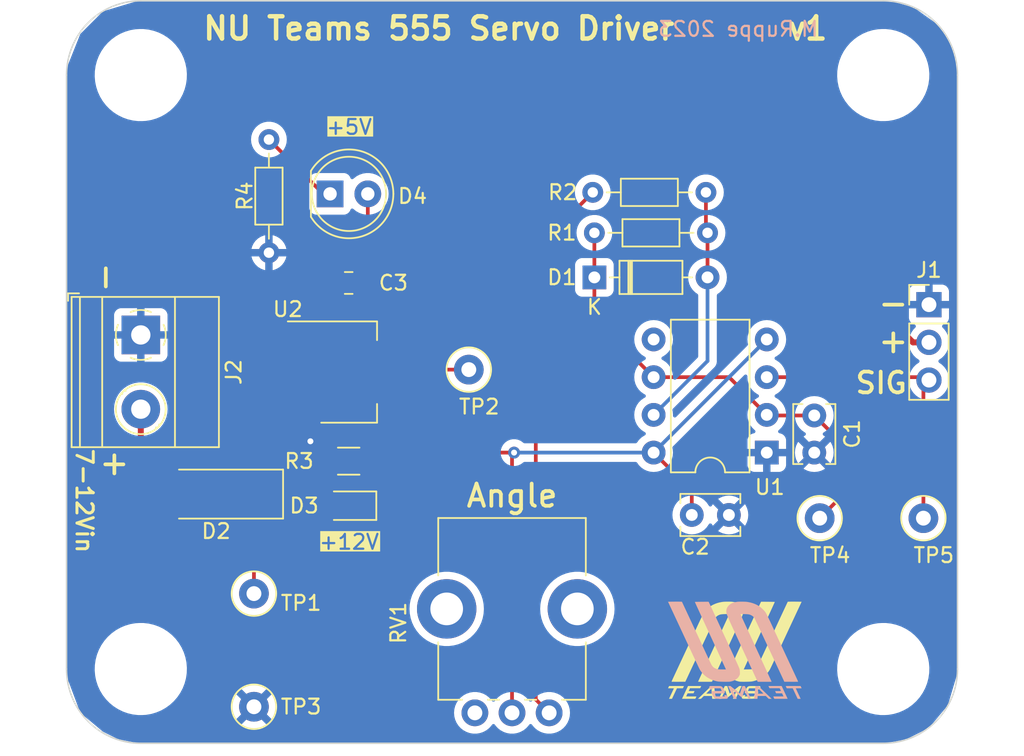
<source format=kicad_pcb>
(kicad_pcb (version 20221018) (generator pcbnew)
  (layers (0 "F.Cu" signal) (31 "B.Cu" signal) (34 "B.Paste" user) (35 "F.Paste" user) (36 "B.SilkS" user "B.Silkscreen") (37 "F.SilkS" user "F.Silkscreen") (38 "B.Mask" user) (39 "F.Mask" user) (44 "Edge.Cuts" user))
  (net 0 "")
  (net 1 "Net-(D1-K)")
  (net 2 "GND")
  (net 3 "+5V")
  (net 4 "Net-(D1-A)")
  (net 5 "+12V")
  (net 6 "Net-(D2-A)")
  (net 7 "Net-(D3-K)")
  (net 8 "Net-(D4-K)")
  (net 9 "/SIGNAL")
  (net 10 "Net-(R2-Pad1)")
  (footprint "Capacitor_SMD:C_0805_2012Metric_Pad1.18x1.45mm_HandSolder" (layer "F.Cu") (at 204 79 180)
    (fp_text reference "C3" (at -3.01 0.006) (layer "F.SilkS"))
    (fp_text value "22u")
    (pad "1" smd roundrect (at -1.0375 0 180) (size 1.175 1.45) (layers "F.Cu" "F.Paste" "F.Mask") (roundrect_rratio 0.2127659574) (net 3 "+5V"))
    (pad "2" smd roundrect (at 1.0375 0 180) (size 1.175 1.45) (layers "F.Cu" "F.Paste" "F.Mask") (roundrect_rratio 0.2127659574) (net 2 "GND"))
  )
  (footprint "TestPoint:TestPoint_Loop_D1.80mm_Drill1.0mm_Beaded" (layer "F.Cu") (at 235.72 94.84)
    (fp_text reference "TP4" (at 0.7 2.5) (layer "F.SilkS"))
    (fp_text value "TestPoint")
    (pad "1" thru_hole circle (at 0 0) (size 2 2) (drill 1) (layers "*.Cu" "*.Mask") (net 1 "Net-(D1-K)"))
  )
  (footprint "MountingHole:MountingHole_3.2mm_M3" (layer "F.Cu") (at 240 65)
    (fp_text reference "REF**" hide)
    (fp_text value "MountingHole_3.2mm_M3")
    (pad "" np_thru_hole circle (at 0 0) (size 3.2 3.2) (drill 3.2) (layers "*.Cu" "*.Mask"))
  )
  (footprint "TerminalBlock_Phoenix:TerminalBlock_Phoenix_MKDS-1,5-2_1x02_P5.00mm_Horizontal" (layer "F.Cu") (at 190 82.5 -90)
    (fp_text reference "J2" (at 2.5 -6.26 90) (layer "F.SilkS"))
    (fp_text value "VIN")
    (pad "1" thru_hole rect (at 0 0 270) (size 2.6 2.6) (drill 1.3) (layers "*.Cu" "*.Mask") (net 2 "GND"))
    (pad "2" thru_hole circle (at 5 0 270) (size 2.6 2.6) (drill 1.3) (layers "*.Cu" "*.Mask") (net 6 "Net-(D2-A)"))
  )
  (footprint "LED_THT:LED_D5.0mm" (layer "F.Cu") (at 202.7475 73)
    (fp_text reference "D4" (at 5.55 0.152) (layer "F.SilkS"))
    (fp_text value "LED")
    (pad "1" thru_hole rect (at 0 0) (size 1.8 1.8) (drill 0.9) (layers "*.Cu" "*.Mask") (net 8 "Net-(D4-K)"))
    (pad "2" thru_hole circle (at 2.54 0) (size 1.8 1.8) (drill 0.9) (layers "*.Cu" "*.Mask") (net 3 "+5V"))
  )
  (footprint "Capacitor_THT:C_Disc_D3.8mm_W2.6mm_P2.50mm" (layer "F.Cu") (at 227.106 94.624)
    (fp_text reference "C2" (at 0.224 2.15) (layer "F.SilkS"))
    (fp_text value "100n")
    (pad "1" thru_hole circle (at 0 0) (size 1.6 1.6) (drill 0.8) (layers "*.Cu" "*.Mask") (net 3 "+5V"))
    (pad "2" thru_hole circle (at 2.5 0) (size 1.6 1.6) (drill 0.8) (layers "*.Cu" "*.Mask") (net 2 "GND"))
  )
  (footprint "Package_TO_SOT_SMD:SOT-223-3_TabPin2" (layer "F.Cu") (at 204 85)
    (fp_text reference "U2" (at -4.102 -4.228) (layer "F.SilkS"))
    (fp_text value "AMS1117-5.0")
    (pad "1" smd rect (at -3.15 -2.3) (size 2 1.5) (layers "F.Cu" "F.Paste" "F.Mask") (net 2 "GND"))
    (pad "2" smd rect (at -3.15 0) (size 2 1.5) (layers "F.Cu" "F.Paste" "F.Mask") (net 3 "+5V"))
    (pad "2" smd rect (at 3.15 0) (size 2 3.8) (layers "F.Cu" "F.Paste" "F.Mask") (net 3 "+5V"))
    (pad "3" smd rect (at -3.15 2.3) (size 2 1.5) (layers "F.Cu" "F.Paste" "F.Mask") (net 5 "+12V"))
  )
  (footprint "Resistor_THT:R_Axial_DIN0204_L3.6mm_D1.6mm_P7.62mm_Horizontal" (layer "F.Cu") (at 220.438 72.898)
    (fp_text reference "R2" (at -2.032 0) (layer "F.SilkS"))
    (fp_text value "22k")
    (pad "1" thru_hole circle (at 0 0) (size 1.4 1.4) (drill 0.7) (layers "*.Cu" "*.Mask") (net 10 "Net-(R2-Pad1)"))
    (pad "2" thru_hole oval (at 7.62 0) (size 1.4 1.4) (drill 0.7) (layers "*.Cu" "*.Mask") (net 4 "Net-(D1-A)"))
  )
  (footprint "LOGO" (layer "F.Cu") (at 230.005 103.73)
    (fp_text reference "G***" hide)
    (fp_text value "LOGO" hide)
  )
  (footprint "MountingHole:MountingHole_3.2mm_M3" (layer "F.Cu") (at 190 65)
    (fp_text reference "REF**" hide)
    (fp_text value "MountingHole_3.2mm_M3")
    (pad "" np_thru_hole circle (at 0 0) (size 3.2 3.2) (drill 3.2) (layers "F&B.Cu" "*.Mask"))
  )
  (footprint "Resistor_THT:R_Axial_DIN0204_L3.6mm_D1.6mm_P7.62mm_Horizontal" (layer "F.Cu") (at 228.166 75.624 180)
    (fp_text reference "R1" (at 9.81 0) (layer "F.SilkS"))
    (fp_text value "1M")
    (pad "1" thru_hole circle (at 0 0 180) (size 1.4 1.4) (drill 0.7) (layers "*.Cu" "*.Mask") (net 4 "Net-(D1-A)"))
    (pad "2" thru_hole oval (at 7.62 0 180) (size 1.4 1.4) (drill 0.7) (layers "*.Cu" "*.Mask") (net 1 "Net-(D1-K)"))
  )
  (footprint "Package_DIP:DIP-8_W7.62mm" (layer "F.Cu") (at 232.156 90.424 180)
    (fp_text reference "U1" (at -0.2 -2.33) (layer "F.SilkS"))
    (fp_text value "LM555xN")
    (pad "1" thru_hole rect (at 0 0 180) (size 1.6 1.6) (drill 0.8) (layers "*.Cu" "*.Mask") (net 2 "GND"))
    (pad "2" thru_hole oval (at 0 2.54 180) (size 1.6 1.6) (drill 0.8) (layers "*.Cu" "*.Mask") (net 1 "Net-(D1-K)"))
    (pad "3" thru_hole oval (at 0 5.08 180) (size 1.6 1.6) (drill 0.8) (layers "*.Cu" "*.Mask") (net 9 "/SIGNAL"))
    (pad "4" thru_hole oval (at 0 7.62 180) (size 1.6 1.6) (drill 0.8) (layers "*.Cu" "*.Mask") (net 3 "+5V"))
    (pad "5" thru_hole oval (at 7.62 7.62 180) (size 1.6 1.6) (drill 0.8) (layers "*.Cu" "*.Mask"))
    (pad "6" thru_hole oval (at 7.62 5.08 180) (size 1.6 1.6) (drill 0.8) (layers "*.Cu" "*.Mask") (net 1 "Net-(D1-K)"))
    (pad "7" thru_hole oval (at 7.62 2.54 180) (size 1.6 1.6) (drill 0.8) (layers "*.Cu" "*.Mask") (net 4 "Net-(D1-A)"))
    (pad "8" thru_hole oval (at 7.62 0 180) (size 1.6 1.6) (drill 0.8) (layers "*.Cu" "*.Mask") (net 3 "+5V"))
  )
  (footprint "TestPoint:TestPoint_Loop_D1.80mm_Drill1.0mm_Beaded" (layer "F.Cu") (at 197.62 99.92)
    (fp_text reference "TP1" (at 3.175 0.635) (layer "F.SilkS"))
    (fp_text value "TestPoint")
    (pad "1" thru_hole circle (at 0 0) (size 2 2) (drill 1) (layers "*.Cu" "*.Mask") (net 5 "+12V"))
  )
  (footprint "Connector_PinHeader_2.54mm:PinHeader_1x03_P2.54mm_Vertical" (layer "F.Cu") (at 243.078 80.46)
    (fp_text reference "J1" (at 0 -2.33) (layer "F.SilkS"))
    (fp_text value "SERVO")
    (pad "1" thru_hole rect (at 0 0) (size 1.7 1.7) (drill 1) (layers "*.Cu" "*.Mask") (net 2 "GND"))
    (pad "2" thru_hole oval (at 0 2.54) (size 1.7 1.7) (drill 1) (layers "*.Cu" "*.Mask") (net 3 "+5V"))
    (pad "3" thru_hole oval (at 0 5.08) (size 1.7 1.7) (drill 1) (layers "*.Cu" "*.Mask") (net 9 "/SIGNAL"))
  )
  (footprint "TestPoint:TestPoint_Loop_D1.80mm_Drill1.0mm_Beaded" (layer "F.Cu") (at 197.62 107.54)
    (fp_text reference "TP3" (at 3.175 0) (layer "F.SilkS"))
    (fp_text value "TestPoint")
    (pad "1" thru_hole circle (at 0 0) (size 2 2) (drill 1) (layers "*.Cu" "*.Mask") (net 2 "GND"))
  )
  (footprint "TestPoint:TestPoint_Loop_D1.80mm_Drill1.0mm_Beaded" (layer "F.Cu") (at 212.09 84.836)
    (fp_text reference "TP2" (at 0.7 2.5) (layer "F.SilkS"))
    (fp_text value "TestPoint")
    (pad "1" thru_hole circle (at 0 0) (size 2 2) (drill 1) (layers "*.Cu" "*.Mask") (net 3 "+5V"))
  )
  (footprint "LED_SMD:LED_0805_2012Metric_Pad1.15x1.40mm_HandSolder" (layer "F.Cu") (at 204 94 180)
    (fp_text reference "D3" (at 3 0) (layer "F.SilkS"))
    (fp_text value "LED")
    (pad "1" smd roundrect (at -1.025 0 180) (size 1.15 1.4) (layers "F.Cu" "F.Paste" "F.Mask") (roundrect_rratio 0.2173913043) (net 7 "Net-(D3-K)"))
    (pad "2" smd roundrect (at 1.025 0 180) (size 1.15 1.4) (layers "F.Cu" "F.Paste" "F.Mask") (roundrect_rratio 0.2173913043) (net 5 "+12V"))
  )
  (footprint "MountingHole:MountingHole_3.2mm_M3" (layer "F.Cu") (at 240 105)
    (fp_text reference "REF**" hide)
    (fp_text value "MountingHole_3.2mm_M3")
    (pad "" np_thru_hole circle (at 0 0) (size 3.2 3.2) (drill 3.2) (layers "F&B.Cu" "*.Mask"))
  )
  (footprint "Resistor_THT:R_Axial_DIN0204_L3.6mm_D1.6mm_P7.62mm_Horizontal" (layer "F.Cu") (at 198.628 69.342 -90)
    (fp_text reference "R4" (at 3.81 1.626 90) (layer "F.SilkS"))
    (fp_text value "1k")
    (pad "1" thru_hole circle (at 0 0 270) (size 1.4 1.4) (drill 0.7) (layers "*.Cu" "*.Mask") (net 8 "Net-(D4-K)"))
    (pad "2" thru_hole oval (at 7.62 0 270) (size 1.4 1.4) (drill 0.7) (layers "*.Cu" "*.Mask") (net 2 "GND"))
  )
  (footprint "Diode_SMD:D_SMA_Handsoldering" (layer "F.Cu") (at 195.072 93.218 180)
    (fp_text reference "D2" (at 0 -2.5) (layer "F.SilkS"))
    (fp_text value "D")
    (pad "1" smd roundrect (at -2.5 0 180) (size 3.5 1.8) (layers "F.Cu" "F.Paste" "F.Mask") (roundrect_rratio 0.1388888889) (net 5 "+12V"))
    (pad "2" smd roundrect (at 2.5 0 180) (size 3.5 1.8) (layers "F.Cu" "F.Paste" "F.Mask") (roundrect_rratio 0.1388888889) (net 6 "Net-(D2-A)"))
  )
  (footprint "Resistor_SMD:R_1206_3216Metric" (layer "F.Cu") (at 204 91 180)
    (fp_text reference "R3" (at 3.34 0) (layer "F.SilkS"))
    (fp_text value "1k")
    (pad "1" smd roundrect (at -1.4625 0 180) (size 1.125 1.75) (layers "F.Cu" "F.Paste" "F.Mask") (roundrect_rratio 0.2222222222) (net 7 "Net-(D3-K)"))
    (pad "2" smd roundrect (at 1.4625 0 180) (size 1.125 1.75) (layers "F.Cu" "F.Paste" "F.Mask") (roundrect_rratio 0.2222222222) (net 2 "GND"))
  )
  (footprint "Potentiometer_THT:Potentiometer_Bourns_PTV09A-1_Single_Vertical" (layer "F.Cu") (at 217.5 107.95 90)
    (fp_text reference "RV1" (at 6.05 -10.15 90) (layer "F.SilkS"))
    (fp_text value "100k")
    (pad "" thru_hole circle (at 7 -6.9 90) (size 4 4) (drill 2.2) (layers "*.Cu" "*.Mask"))
    (pad "" thru_hole circle (at 7 1.9 90) (size 4 4) (drill 2.2) (layers "*.Cu" "*.Mask"))
    (pad "1" thru_hole circle (at 0 0 90) (size 1.8 1.8) (drill 1) (layers "*.Cu" "*.Mask") (net 10 "Net-(R2-Pad1)"))
    (pad "2" thru_hole circle (at 0 -2.5 90) (size 1.8 1.8) (drill 1) (layers "*.Cu" "*.Mask") (net 3 "+5V"))
    (pad "3" thru_hole circle (at 0 -5 90) (size 1.8 1.8) (drill 1) (layers "*.Cu" "*.Mask"))
  )
  (footprint "Capacitor_THT:C_Disc_D3.8mm_W2.6mm_P2.50mm" (layer "F.Cu") (at 235.356 87.924 -90)
    (fp_text reference "C1" (at 1.25 -2.55 90) (layer "F.SilkS"))
    (fp_text value "22n")
    (pad "1" thru_hole circle (at 0 0 270) (size 1.6 1.6) (drill 0.8) (layers "*.Cu" "*.Mask") (net 1 "Net-(D1-K)"))
    (pad "2" thru_hole circle (at 2.5 0 270) (size 1.6 1.6) (drill 0.8) (layers "*.Cu" "*.Mask") (net 2 "GND"))
  )
  (footprint "TestPoint:TestPoint_Loop_D1.80mm_Drill1.0mm_Beaded" (layer "F.Cu") (at 242.705 94.84)
    (fp_text reference "TP5" (at 0.7 2.5) (layer "F.SilkS"))
    (fp_text value "TestPoint")
    (pad "1" thru_hole circle (at 0 0) (size 2 2) (drill 1) (layers "*.Cu" "*.Mask") (net 9 "/SIGNAL"))
  )
  (footprint "MountingHole:MountingHole_3.2mm_M3" (layer "F.Cu") (at 190 105)
    (fp_text reference "REF**" hide)
    (fp_text value "MountingHole_3.2mm_M3")
    (pad "" np_thru_hole circle (at 0 0) (size 3.2 3.2) (drill 3.2) (layers "F&B.Cu" "*.Mask"))
  )
  (footprint "Diode_THT:D_DO-35_SOD27_P7.62mm_Horizontal" (layer "F.Cu") (at 220.546 78.624)
    (fp_text reference "D1" (at -2.19 0) (layer "F.SilkS"))
    (fp_text value "1N4148")
    (fp_text user "K" (at 0 2) (layer "F.SilkS"))
    (pad "1" thru_hole rect (at 0 0) (size 1.6 1.6) (drill 0.8) (layers "*.Cu" "*.Mask") (net 1 "Net-(D1-K)"))
    (pad "2" thru_hole oval (at 7.62 0) (size 1.6 1.6) (drill 0.8) (layers "*.Cu" "*.Mask") (net 4 "Net-(D1-A)"))
  )
  (footprint "LOGO" (layer "B.Cu") (at 230.005 103.73 180)
    (fp_text reference "G***" hide)
    (fp_text value "LOGO" hide)
  )
  (gr_line (start 240 60) (end 190 60) (stroke (width 0.1)) (layer "Edge.Cuts"))
  (gr_line (start 245 105) (end 245 65) (stroke (width 0.1)) (layer "Edge.Cuts"))
  (gr_arc (start 245 105) (mid 243.535534 108.535534) (end 240 110) (stroke (width 0.1)) (layer "Edge.Cuts"))
  (gr_arc (start 190 110) (mid 186.464466 108.535534) (end 185 105) (stroke (width 0.1)) (layer "Edge.Cuts"))
  (gr_line (start 185 65) (end 185 105) (stroke (width 0.1)) (layer "Edge.Cuts"))
  (gr_arc (start 240 60) (mid 243.535534 61.464466) (end 245 65) (stroke (width 0.1)) (layer "Edge.Cuts"))
  (gr_line (start 190 110) (end 240 110) (stroke (width 0.1)) (layer "Edge.Cuts"))
  (gr_arc (start 185 65) (mid 186.464466 61.464466) (end 190 60) (stroke (width 0.1)) (layer "Edge.Cuts"))
  (gr_text "M.Ruppe 2023" (at 235.712 62.484) (layer "B.SilkS") (effects (font (size 1 1)) (justify left bottom mirror)))
  (gr_text "-" (at 239.522 81.28) (layer "F.SilkS") (effects (font (size 1.6 1.6) (thickness 0.25)) (justify left bottom)))
  (gr_text "+5V" (at 202.411191 69.088) (layer "F.SilkS" knockout) (effects (font (size 1 1)) (justify left bottom)))
  (gr_text "SIG" (at 237.998 86.5525) (layer "F.SilkS") (effects (font (size 1.4 1.4) (thickness 0.25) bold) (justify left bottom)))
  (gr_text "-" (at 186.825 77.47 270) (layer "F.SilkS") (effects (font (size 1.6 1.6) (thickness 0.25)) (justify left bottom)))
  (gr_text "+12V" (at 201.93 97.028) (layer "F.SilkS" knockout) (effects (font (size 1 1)) (justify left bottom)))
  (gr_text "Angle" (at 211.801786 94.205) (layer "F.SilkS") (effects (font (size 1.5 1.5) (thickness 0.25) bold) (justify left bottom)))
  (gr_text "+" (at 187.4 90.06 270) (layer "F.SilkS") (effects (font (size 1.6 1.6) (thickness 0.25)) (justify left bottom)))
  (gr_text "NU Teams 555 Servo Driver" (at 194.056 62.738) (layer "F.SilkS") (effects (font (size 1.5 1.5) (thickness 0.3) bold) (justify left bottom)))
  (gr_text "+" (at 239.522 83.82) (layer "F.SilkS") (effects (font (size 1.6 1.6) (thickness 0.25)) (justify left bottom)))
  (gr_text "v1" (at 233.426 62.738) (layer "F.SilkS") (effects (font (size 1.5 1.5) (thickness 0.3) bold) (justify left bottom)))
  (gr_text "7-12Vin" (at 185.555 90.06 270) (layer "F.SilkS") (effects (font (size 1.1 1.1) (thickness 0.2) bold) (justify left bottom)))
  (segment (start 229.616 85.344) (end 232.156 87.884) (width 0.25) (layer "F.Cu") (net 1))
  (segment (start 220.546 81.354) (end 220.546 78.624) (width 0.25) (layer "F.Cu") (net 1))
  (segment (start 220.546 78.624) (end 220.546 75.624) (width 0.25) (layer "F.Cu") (net 1))
  (segment (start 235.356 87.924) (end 232.196 87.924) (width 0.25) (layer "F.Cu") (net 1))
  (segment (start 235.356 87.924) (end 237.625 90.193) (width 0.25) (layer "F.Cu") (net 1))
  (segment (start 224.536 85.344) (end 220.546 81.354) (width 0.25) (layer "F.Cu") (net 1))
  (segment (start 232.196 87.924) (end 232.156 87.884) (width 0.25) (layer "F.Cu") (net 1))
  (segment (start 237.625 90.193) (end 237.625 92.935) (width 0.25) (layer "F.Cu") (net 1))
  (segment (start 237.625 92.935) (end 235.72 94.84) (width 0.25) (layer "F.Cu") (net 1))
  (segment (start 224.536 85.344) (end 229.616 85.344) (width 0.25) (layer "F.Cu") (net 1))
  (segment (start 200.65 82.5) (end 200.85 82.7) (width 0.4) (layer "F.Cu") (net 2))
  (segment (start 202.19 79) (end 202.9625 79) (width 0.25) (layer "F.Cu") (net 2))
  (segment (start 198.628 76.962) (end 200.152 76.962) (width 0.25) (layer "F.Cu") (net 2))
  (segment (start 190 82.5) (end 200.65 82.5) (width 0.4) (layer "F.Cu") (net 2))
  (segment (start 200.152 76.962) (end 202.19 79) (width 0.25) (layer "F.Cu") (net 2))
  (segment (start 202.5375 91) (end 202.5375 90.7775) (width 0.25) (layer "F.Cu") (net 2))
  (segment (start 202.5375 90.7775) (end 201.422 89.662) (width 0.25) (layer "F.Cu") (net 2))
  (via (at 201.422 89.662) (size 0.8) (drill 0.4) (layers "F.Cu" "B.Cu") (net 2))
  (segment (start 215.138 90.424) (end 215 90.562) (width 0.25) (layer "F.Cu") (net 3))
  (segment (start 212.09 84.836) (end 207.314 84.836) (width 0.25) (layer "F.Cu") (net 3))
  (segment (start 215 90.562) (end 215 107.95) (width 0.25) (layer "F.Cu") (net 3))
  (segment (start 217.678 69.596) (end 228.6 69.596) (width 0.4) (layer "F.Cu") (net 3))
  (segment (start 205.0375 79) (end 208.274 79) (width 0.4) (layer "F.Cu") (net 3))
  (segment (start 205.2875 78.75) (end 205.2875 73) (width 0.25) (layer "F.Cu") (net 3))
  (segment (start 227.106 94.624) (end 227.106 92.994) (width 0.25) (layer "F.Cu") (net 3))
  (segment (start 205.0375 79) (end 207.15 81.1125) (width 0.25) (layer "F.Cu") (net 3))
  (segment (start 208.274 79) (end 217.678 69.596) (width 0.4) (layer "F.Cu") (net 3))
  (segment (start 207.314 84.836) (end 207.15 85) (width 0.25) (layer "F.Cu") (net 3))
  (segment (start 200.85 85) (end 207.15 85) (width 0.25) (layer "F.Cu") (net 3))
  (segment (start 242.004 83) (end 243.078 83) (width 0.4) (layer "F.Cu") (net 3))
  (segment (start 205.0375 79) (end 205.2875 78.75) (width 0.25) (layer "F.Cu") (net 3))
  (segment (start 228.6 69.596) (end 242.004 83) (width 0.4) (layer "F.Cu") (net 3))
  (segment (start 212.574 90.424) (end 207.15 85) (width 0.25) (layer "F.Cu") (net 3))
  (segment (start 227.106 92.994) (end 224.536 90.424) (width 0.25) (layer "F.Cu") (net 3))
  (segment (start 207.15 81.1125) (end 207.15 85) (width 0.25) (layer "F.Cu") (net 3))
  (segment (start 215.138 90.424) (end 212.574 90.424) (width 0.25) (layer "F.Cu") (net 3))
  (via (at 215.138 90.424) (size 0.8) (drill 0.4) (layers "F.Cu" "B.Cu") (net 3))
  (segment (start 215.138 90.424) (end 224.536 90.424) (width 0.25) (layer "B.Cu") (net 3))
  (segment (start 224.536 90.424) (end 232.156 82.804) (width 0.25) (layer "B.Cu") (net 3))
  (segment (start 228.166 78.624) (end 228.166 75.624) (width 0.25) (layer "F.Cu") (net 4))
  (segment (start 228.058 72.898) (end 228.058 75.516) (width 0.25) (layer "F.Cu") (net 4))
  (segment (start 228.058 75.516) (end 228.166 75.624) (width 0.25) (layer "F.Cu") (net 4))
  (segment (start 228.166 78.624) (end 228.166 84.254) (width 0.25) (layer "B.Cu") (net 4))
  (segment (start 228.166 84.254) (end 224.536 87.884) (width 0.25) (layer "B.Cu") (net 4))
  (segment (start 197.62 93.266) (end 197.572 93.218) (width 0.25) (layer "F.Cu") (net 5))
  (segment (start 201.442 94) (end 202.975 94) (width 0.25) (layer "F.Cu") (net 5))
  (segment (start 197.572 89.194) (end 199.466 87.3) (width 0.4) (layer "F.Cu") (net 5))
  (segment (start 197.62 99.92) (end 197.62 93.266) (width 0.25) (layer "F.Cu") (net 5))
  (segment (start 200.85 87.3) (end 200.406 87.744) (width 0.25) (layer "F.Cu") (net 5))
  (segment (start 199.466 87.3) (end 200.85 87.3) (width 0.4) (layer "F.Cu") (net 5))
  (segment (start 197.572 93.218) (end 197.572 89.194) (width 0.4) (layer "F.Cu") (net 5))
  (segment (start 200.406 92.964) (end 201.442 94) (width 0.25) (layer "F.Cu") (net 5))
  (segment (start 200.406 87.744) (end 200.406 92.964) (width 0.25) (layer "F.Cu") (net 5))
  (segment (start 190 87.5) (end 190 90.646) (width 0.4) (layer "F.Cu") (net 6))
  (segment (start 190 90.646) (end 192.572 93.218) (width 0.4) (layer "F.Cu") (net 6))
  (segment (start 205.4625 93.5625) (end 205.025 94) (width 0.25) (layer "F.Cu") (net 7))
  (segment (start 205.4625 91) (end 205.4625 93.5625) (width 0.25) (layer "F.Cu") (net 7))
  (segment (start 202.286 73) (end 202.7475 73) (width 0.25) (layer "F.Cu") (net 8))
  (segment (start 198.628 69.342) (end 202.286 73) (width 0.25) (layer "F.Cu") (net 8))
  (segment (start 232.156 85.344) (end 242.882 85.344) (width 0.25) (layer "F.Cu") (net 9))
  (segment (start 242.882 85.344) (end 243.078 85.54) (width 0.25) (layer "F.Cu") (net 9))
  (segment (start 242.705 85.913) (end 243.078 85.54) (width 0.25) (layer "F.Cu") (net 9))
  (segment (start 242.705 94.84) (end 242.705 85.913) (width 0.25) (layer "F.Cu") (net 9))
  (segment (start 216.6 76.736) (end 216.6 107.05) (width 0.25) (layer "F.Cu") (net 10))
  (segment (start 216.6 107.05) (end 217.5 107.95) (width 0.25) (layer "F.Cu") (net 10))
  (segment (start 220.438 72.898) (end 216.6 76.736) (width 0.25) (layer "F.Cu") (net 10))
  (zone (net 2) (net_name "GND") (layer "B.Cu") (connect_pads (clearance 0.5)) (min_thickness 0.25) (fill yes (thermal_gap 0.5) (thermal_bridge_width 0.5))
    (polygon (pts (xy 195.072 59.944) (xy 240.284 59.944) (xy 242.062 60.452) (xy 243.84 61.722) (xy 244.856 63.5) (xy 245.11 65.024) (xy 245.11 104.902) (xy 244.348 107.442) (xy 243.078 108.966) (xy 241.554 109.728) (xy 240.284 109.982) (xy 189.738 109.982) (xy 188.468 109.728) (xy 187.452 109.22) (xy 185.928 107.95) (xy 185.166 105.918) (xy 184.912 105.41) (xy 184.912 64.77) (xy 185.928 62.23) (xy 187.452 60.706) (xy 189.992 59.944) (xy 193.04 59.944)))
  )
)
</source>
